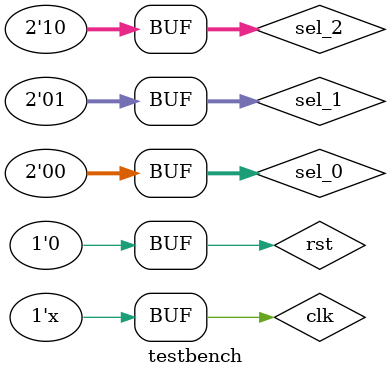
<source format=v>
`timescale 1ns/1ns
module testbench();

reg rst,clk;

reg[1:0]sel_0;
reg[1:0]sel_1;
reg[1:0]sel_2;

wire[7:0]led_0;
wire[7:0]led_1;
wire[7:0]led_2;

parameter clock_period=10;
always#(clock_period/2)clk=~clk;

initial
 begin
 rst=1;clk=0;
 #10 rst=0;
 end

initial
 begin
  sel_0=0;
  sel_1=1;
  sel_2=2;
 end

XYF u1(.rst(rst),.clk(clk),.sel_0(sel_0),.sel_1(sel_1),.sel_2(sel_2),.led_0(led_0),.led_1(led_1),.led_2(led_2));
endmodule
</source>
